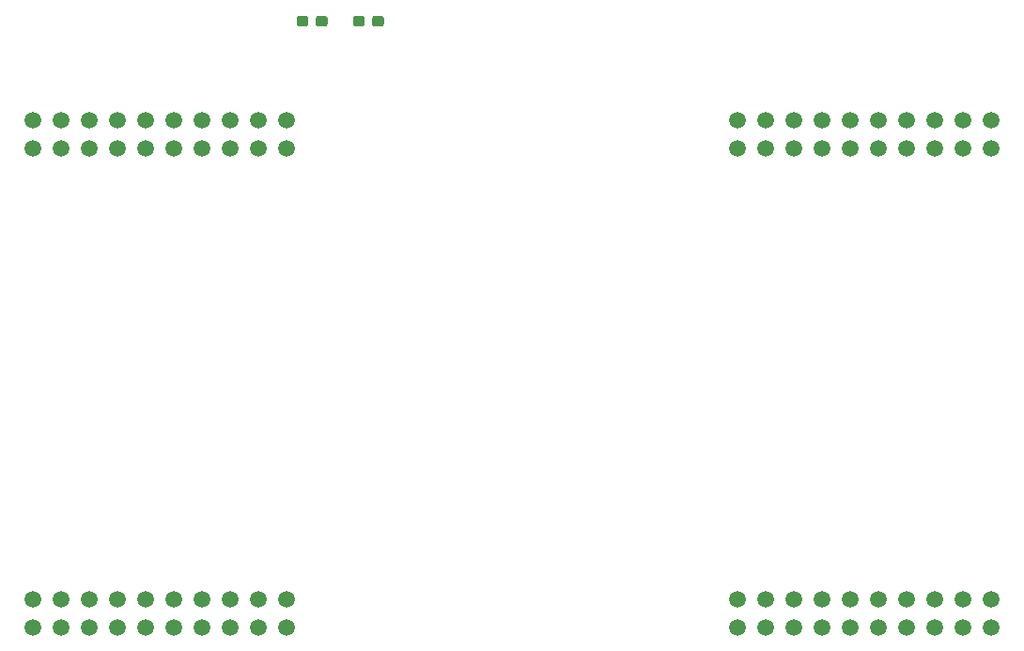
<source format=gbr>
G04 #@! TF.GenerationSoftware,KiCad,Pcbnew,(5.1.4)-1*
G04 #@! TF.CreationDate,2019-11-22T18:54:27-06:00*
G04 #@! TF.ProjectId,Tiva_Breakout_Hardware,54697661-5f42-4726-9561-6b6f75745f48,rev?*
G04 #@! TF.SameCoordinates,Original*
G04 #@! TF.FileFunction,Paste,Top*
G04 #@! TF.FilePolarity,Positive*
%FSLAX46Y46*%
G04 Gerber Fmt 4.6, Leading zero omitted, Abs format (unit mm)*
G04 Created by KiCad (PCBNEW (5.1.4)-1) date 2019-11-22 18:54:27*
%MOMM*%
%LPD*%
G04 APERTURE LIST*
%ADD10C,1.520000*%
%ADD11C,0.100000*%
%ADD12C,0.950000*%
G04 APERTURE END LIST*
D10*
X123901200Y-95631000D03*
X101041200Y-141351000D03*
X103581200Y-141351000D03*
X111201200Y-141351000D03*
X113741200Y-98171000D03*
X108661200Y-141351000D03*
X106121200Y-141351000D03*
X108661200Y-95631000D03*
X103581200Y-98171000D03*
X113741200Y-141351000D03*
X116281200Y-141351000D03*
X103581200Y-95631000D03*
X108661200Y-98171000D03*
X111201200Y-98171000D03*
X123901200Y-98171000D03*
X121361200Y-98171000D03*
X118821200Y-98171000D03*
X116281200Y-98171000D03*
X106121200Y-98171000D03*
X101041200Y-98171000D03*
X121361200Y-95631000D03*
X118821200Y-95631000D03*
X116281200Y-95631000D03*
X113741200Y-95631000D03*
X111201200Y-95631000D03*
X106121200Y-95631000D03*
X101041200Y-95631000D03*
X123901200Y-138811000D03*
X121361200Y-138811000D03*
X118821200Y-138811000D03*
X116281200Y-138811000D03*
X113741200Y-138811000D03*
X111201200Y-138811000D03*
X108661200Y-138811000D03*
X106121200Y-138811000D03*
X103581200Y-138811000D03*
X101041200Y-138811000D03*
X123901200Y-141351000D03*
X121361200Y-141351000D03*
X118821200Y-141351000D03*
X187401200Y-98171000D03*
X184861200Y-98171000D03*
X182321200Y-98171000D03*
X179781200Y-98171000D03*
X177241200Y-98171000D03*
X174701200Y-98171000D03*
X172161200Y-98171000D03*
X169621200Y-98171000D03*
X167081200Y-98171000D03*
X164541200Y-98171000D03*
X187401200Y-95631000D03*
X184861200Y-95631000D03*
X182321200Y-95631000D03*
X179781200Y-95631000D03*
X177241200Y-95631000D03*
X174701200Y-95631000D03*
X172161200Y-95631000D03*
X169621200Y-95631000D03*
X167081200Y-95631000D03*
X164541200Y-95631000D03*
X187401200Y-138811000D03*
X184861200Y-138811000D03*
X182321200Y-138811000D03*
X179781200Y-138811000D03*
X177241200Y-138811000D03*
X174701200Y-138811000D03*
X172161200Y-138811000D03*
X169621200Y-138811000D03*
X167081200Y-138811000D03*
X164541200Y-138811000D03*
X187401200Y-141351000D03*
X184861200Y-141351000D03*
X182321200Y-141351000D03*
X179781200Y-141351000D03*
X177241200Y-141351000D03*
X174701200Y-141351000D03*
X172161200Y-141351000D03*
X169621200Y-141351000D03*
X167081200Y-141351000D03*
X164541200Y-141351000D03*
D11*
G36*
X125636979Y-86267144D02*
G01*
X125660034Y-86270563D01*
X125682643Y-86276227D01*
X125704587Y-86284079D01*
X125725657Y-86294044D01*
X125745648Y-86306026D01*
X125764368Y-86319910D01*
X125781638Y-86335562D01*
X125797290Y-86352832D01*
X125811174Y-86371552D01*
X125823156Y-86391543D01*
X125833121Y-86412613D01*
X125840973Y-86434557D01*
X125846637Y-86457166D01*
X125850056Y-86480221D01*
X125851200Y-86503500D01*
X125851200Y-86978500D01*
X125850056Y-87001779D01*
X125846637Y-87024834D01*
X125840973Y-87047443D01*
X125833121Y-87069387D01*
X125823156Y-87090457D01*
X125811174Y-87110448D01*
X125797290Y-87129168D01*
X125781638Y-87146438D01*
X125764368Y-87162090D01*
X125745648Y-87175974D01*
X125725657Y-87187956D01*
X125704587Y-87197921D01*
X125682643Y-87205773D01*
X125660034Y-87211437D01*
X125636979Y-87214856D01*
X125613700Y-87216000D01*
X125038700Y-87216000D01*
X125015421Y-87214856D01*
X124992366Y-87211437D01*
X124969757Y-87205773D01*
X124947813Y-87197921D01*
X124926743Y-87187956D01*
X124906752Y-87175974D01*
X124888032Y-87162090D01*
X124870762Y-87146438D01*
X124855110Y-87129168D01*
X124841226Y-87110448D01*
X124829244Y-87090457D01*
X124819279Y-87069387D01*
X124811427Y-87047443D01*
X124805763Y-87024834D01*
X124802344Y-87001779D01*
X124801200Y-86978500D01*
X124801200Y-86503500D01*
X124802344Y-86480221D01*
X124805763Y-86457166D01*
X124811427Y-86434557D01*
X124819279Y-86412613D01*
X124829244Y-86391543D01*
X124841226Y-86371552D01*
X124855110Y-86352832D01*
X124870762Y-86335562D01*
X124888032Y-86319910D01*
X124906752Y-86306026D01*
X124926743Y-86294044D01*
X124947813Y-86284079D01*
X124969757Y-86276227D01*
X124992366Y-86270563D01*
X125015421Y-86267144D01*
X125038700Y-86266000D01*
X125613700Y-86266000D01*
X125636979Y-86267144D01*
X125636979Y-86267144D01*
G37*
D12*
X125326200Y-86741000D03*
D11*
G36*
X127386979Y-86267144D02*
G01*
X127410034Y-86270563D01*
X127432643Y-86276227D01*
X127454587Y-86284079D01*
X127475657Y-86294044D01*
X127495648Y-86306026D01*
X127514368Y-86319910D01*
X127531638Y-86335562D01*
X127547290Y-86352832D01*
X127561174Y-86371552D01*
X127573156Y-86391543D01*
X127583121Y-86412613D01*
X127590973Y-86434557D01*
X127596637Y-86457166D01*
X127600056Y-86480221D01*
X127601200Y-86503500D01*
X127601200Y-86978500D01*
X127600056Y-87001779D01*
X127596637Y-87024834D01*
X127590973Y-87047443D01*
X127583121Y-87069387D01*
X127573156Y-87090457D01*
X127561174Y-87110448D01*
X127547290Y-87129168D01*
X127531638Y-87146438D01*
X127514368Y-87162090D01*
X127495648Y-87175974D01*
X127475657Y-87187956D01*
X127454587Y-87197921D01*
X127432643Y-87205773D01*
X127410034Y-87211437D01*
X127386979Y-87214856D01*
X127363700Y-87216000D01*
X126788700Y-87216000D01*
X126765421Y-87214856D01*
X126742366Y-87211437D01*
X126719757Y-87205773D01*
X126697813Y-87197921D01*
X126676743Y-87187956D01*
X126656752Y-87175974D01*
X126638032Y-87162090D01*
X126620762Y-87146438D01*
X126605110Y-87129168D01*
X126591226Y-87110448D01*
X126579244Y-87090457D01*
X126569279Y-87069387D01*
X126561427Y-87047443D01*
X126555763Y-87024834D01*
X126552344Y-87001779D01*
X126551200Y-86978500D01*
X126551200Y-86503500D01*
X126552344Y-86480221D01*
X126555763Y-86457166D01*
X126561427Y-86434557D01*
X126569279Y-86412613D01*
X126579244Y-86391543D01*
X126591226Y-86371552D01*
X126605110Y-86352832D01*
X126620762Y-86335562D01*
X126638032Y-86319910D01*
X126656752Y-86306026D01*
X126676743Y-86294044D01*
X126697813Y-86284079D01*
X126719757Y-86276227D01*
X126742366Y-86270563D01*
X126765421Y-86267144D01*
X126788700Y-86266000D01*
X127363700Y-86266000D01*
X127386979Y-86267144D01*
X127386979Y-86267144D01*
G37*
D12*
X127076200Y-86741000D03*
D11*
G36*
X130716979Y-86267144D02*
G01*
X130740034Y-86270563D01*
X130762643Y-86276227D01*
X130784587Y-86284079D01*
X130805657Y-86294044D01*
X130825648Y-86306026D01*
X130844368Y-86319910D01*
X130861638Y-86335562D01*
X130877290Y-86352832D01*
X130891174Y-86371552D01*
X130903156Y-86391543D01*
X130913121Y-86412613D01*
X130920973Y-86434557D01*
X130926637Y-86457166D01*
X130930056Y-86480221D01*
X130931200Y-86503500D01*
X130931200Y-86978500D01*
X130930056Y-87001779D01*
X130926637Y-87024834D01*
X130920973Y-87047443D01*
X130913121Y-87069387D01*
X130903156Y-87090457D01*
X130891174Y-87110448D01*
X130877290Y-87129168D01*
X130861638Y-87146438D01*
X130844368Y-87162090D01*
X130825648Y-87175974D01*
X130805657Y-87187956D01*
X130784587Y-87197921D01*
X130762643Y-87205773D01*
X130740034Y-87211437D01*
X130716979Y-87214856D01*
X130693700Y-87216000D01*
X130118700Y-87216000D01*
X130095421Y-87214856D01*
X130072366Y-87211437D01*
X130049757Y-87205773D01*
X130027813Y-87197921D01*
X130006743Y-87187956D01*
X129986752Y-87175974D01*
X129968032Y-87162090D01*
X129950762Y-87146438D01*
X129935110Y-87129168D01*
X129921226Y-87110448D01*
X129909244Y-87090457D01*
X129899279Y-87069387D01*
X129891427Y-87047443D01*
X129885763Y-87024834D01*
X129882344Y-87001779D01*
X129881200Y-86978500D01*
X129881200Y-86503500D01*
X129882344Y-86480221D01*
X129885763Y-86457166D01*
X129891427Y-86434557D01*
X129899279Y-86412613D01*
X129909244Y-86391543D01*
X129921226Y-86371552D01*
X129935110Y-86352832D01*
X129950762Y-86335562D01*
X129968032Y-86319910D01*
X129986752Y-86306026D01*
X130006743Y-86294044D01*
X130027813Y-86284079D01*
X130049757Y-86276227D01*
X130072366Y-86270563D01*
X130095421Y-86267144D01*
X130118700Y-86266000D01*
X130693700Y-86266000D01*
X130716979Y-86267144D01*
X130716979Y-86267144D01*
G37*
D12*
X130406200Y-86741000D03*
D11*
G36*
X132466979Y-86267144D02*
G01*
X132490034Y-86270563D01*
X132512643Y-86276227D01*
X132534587Y-86284079D01*
X132555657Y-86294044D01*
X132575648Y-86306026D01*
X132594368Y-86319910D01*
X132611638Y-86335562D01*
X132627290Y-86352832D01*
X132641174Y-86371552D01*
X132653156Y-86391543D01*
X132663121Y-86412613D01*
X132670973Y-86434557D01*
X132676637Y-86457166D01*
X132680056Y-86480221D01*
X132681200Y-86503500D01*
X132681200Y-86978500D01*
X132680056Y-87001779D01*
X132676637Y-87024834D01*
X132670973Y-87047443D01*
X132663121Y-87069387D01*
X132653156Y-87090457D01*
X132641174Y-87110448D01*
X132627290Y-87129168D01*
X132611638Y-87146438D01*
X132594368Y-87162090D01*
X132575648Y-87175974D01*
X132555657Y-87187956D01*
X132534587Y-87197921D01*
X132512643Y-87205773D01*
X132490034Y-87211437D01*
X132466979Y-87214856D01*
X132443700Y-87216000D01*
X131868700Y-87216000D01*
X131845421Y-87214856D01*
X131822366Y-87211437D01*
X131799757Y-87205773D01*
X131777813Y-87197921D01*
X131756743Y-87187956D01*
X131736752Y-87175974D01*
X131718032Y-87162090D01*
X131700762Y-87146438D01*
X131685110Y-87129168D01*
X131671226Y-87110448D01*
X131659244Y-87090457D01*
X131649279Y-87069387D01*
X131641427Y-87047443D01*
X131635763Y-87024834D01*
X131632344Y-87001779D01*
X131631200Y-86978500D01*
X131631200Y-86503500D01*
X131632344Y-86480221D01*
X131635763Y-86457166D01*
X131641427Y-86434557D01*
X131649279Y-86412613D01*
X131659244Y-86391543D01*
X131671226Y-86371552D01*
X131685110Y-86352832D01*
X131700762Y-86335562D01*
X131718032Y-86319910D01*
X131736752Y-86306026D01*
X131756743Y-86294044D01*
X131777813Y-86284079D01*
X131799757Y-86276227D01*
X131822366Y-86270563D01*
X131845421Y-86267144D01*
X131868700Y-86266000D01*
X132443700Y-86266000D01*
X132466979Y-86267144D01*
X132466979Y-86267144D01*
G37*
D12*
X132156200Y-86741000D03*
M02*

</source>
